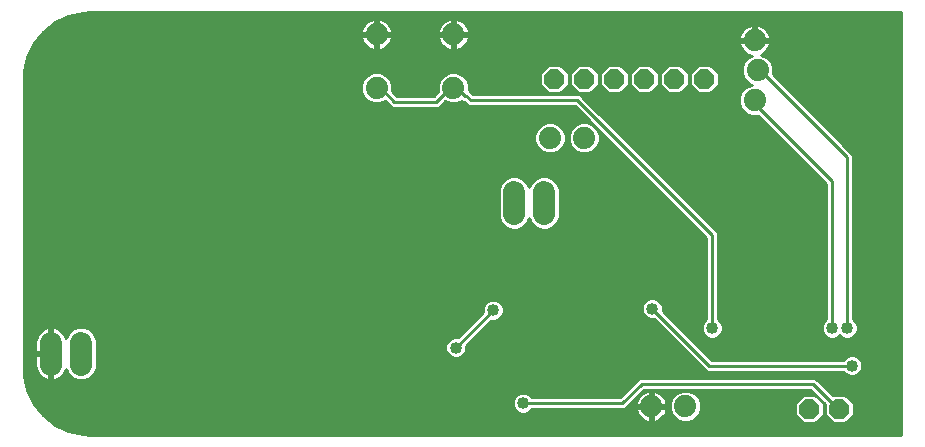
<source format=gbl>
G75*
%MOIN*%
%OFA0B0*%
%FSLAX25Y25*%
%IPPOS*%
%LPD*%
%AMOC8*
5,1,8,0,0,1.08239X$1,22.5*
%
%ADD10C,0.07400*%
%ADD11C,0.07400*%
%ADD12OC8,0.06600*%
%ADD13C,0.01000*%
%ADD14C,0.04000*%
D10*
X0023075Y0037643D02*
X0023075Y0045043D01*
X0033075Y0045043D02*
X0033075Y0037643D01*
X0177484Y0087957D02*
X0177484Y0095357D01*
X0187484Y0095357D02*
X0187484Y0087957D01*
D11*
X0189383Y0113311D03*
X0200783Y0113311D03*
X0157213Y0130002D03*
X0131613Y0130002D03*
X0131613Y0147802D03*
X0157213Y0147802D03*
X0257614Y0145831D03*
X0258614Y0135831D03*
X0257614Y0125831D03*
X0234562Y0023823D03*
X0223162Y0023823D03*
D12*
X0275791Y0022917D03*
X0285791Y0022917D03*
X0240791Y0132917D03*
X0230791Y0132917D03*
X0220791Y0132917D03*
X0210791Y0132917D03*
X0200791Y0132917D03*
X0190791Y0132917D03*
D13*
X0028806Y0015564D02*
X0024323Y0017723D01*
X0020432Y0020826D01*
X0017330Y0024717D01*
X0015171Y0029200D01*
X0014063Y0034051D01*
X0013924Y0036539D01*
X0013924Y0037119D01*
X0013924Y0132996D01*
X0014063Y0135484D01*
X0015171Y0140336D01*
X0017330Y0144819D01*
X0020432Y0148709D01*
X0024323Y0151812D01*
X0028806Y0153971D01*
X0033658Y0155078D01*
X0036146Y0155218D01*
X0306499Y0155218D01*
X0306499Y0014317D01*
X0036146Y0014317D01*
X0033658Y0014457D01*
X0028806Y0015564D01*
X0028082Y0015913D02*
X0306499Y0015913D01*
X0306499Y0016911D02*
X0026009Y0016911D01*
X0024089Y0017910D02*
X0306499Y0017910D01*
X0306499Y0018908D02*
X0288571Y0018908D01*
X0287780Y0018117D02*
X0290591Y0020929D01*
X0290591Y0024906D01*
X0287780Y0027717D01*
X0283803Y0027717D01*
X0283678Y0027592D01*
X0277852Y0033417D01*
X0219195Y0033417D01*
X0218024Y0032246D01*
X0212695Y0026917D01*
X0183473Y0026917D01*
X0182506Y0027884D01*
X0181220Y0028417D01*
X0179827Y0028417D01*
X0178541Y0027884D01*
X0177556Y0026900D01*
X0177024Y0025614D01*
X0177024Y0024221D01*
X0177556Y0022935D01*
X0178541Y0021950D01*
X0179827Y0021417D01*
X0181220Y0021417D01*
X0182506Y0021950D01*
X0183473Y0022917D01*
X0212695Y0022917D01*
X0214352Y0022917D01*
X0220852Y0029417D01*
X0276195Y0029417D01*
X0280991Y0024621D01*
X0280991Y0020929D01*
X0283803Y0018117D01*
X0287780Y0018117D01*
X0289569Y0019907D02*
X0306499Y0019907D01*
X0306499Y0020905D02*
X0290568Y0020905D01*
X0290591Y0021904D02*
X0306499Y0021904D01*
X0306499Y0022902D02*
X0290591Y0022902D01*
X0290591Y0023901D02*
X0306499Y0023901D01*
X0306499Y0024899D02*
X0290591Y0024899D01*
X0289599Y0025898D02*
X0306499Y0025898D01*
X0306499Y0026896D02*
X0288600Y0026896D01*
X0283374Y0027895D02*
X0306499Y0027895D01*
X0306499Y0028894D02*
X0282376Y0028894D01*
X0281377Y0029892D02*
X0306499Y0029892D01*
X0306499Y0030891D02*
X0280379Y0030891D01*
X0279380Y0031889D02*
X0306499Y0031889D01*
X0306499Y0032888D02*
X0278382Y0032888D01*
X0277024Y0031417D02*
X0285524Y0022917D01*
X0285791Y0022917D01*
X0280991Y0022902D02*
X0280591Y0022902D01*
X0280591Y0021904D02*
X0280991Y0021904D01*
X0281015Y0020905D02*
X0280568Y0020905D01*
X0280591Y0020929D02*
X0277780Y0018117D01*
X0273803Y0018117D01*
X0270991Y0020929D01*
X0270991Y0024906D01*
X0273803Y0027717D01*
X0277780Y0027717D01*
X0280591Y0024906D01*
X0280591Y0020929D01*
X0279569Y0019907D02*
X0282014Y0019907D01*
X0283012Y0018908D02*
X0278571Y0018908D01*
X0273012Y0018908D02*
X0236286Y0018908D01*
X0235597Y0018623D02*
X0237508Y0019414D01*
X0238971Y0020877D01*
X0239762Y0022788D01*
X0239762Y0024857D01*
X0238971Y0026768D01*
X0237508Y0028231D01*
X0235597Y0029023D01*
X0233528Y0029023D01*
X0231617Y0028231D01*
X0230154Y0026768D01*
X0229362Y0024857D01*
X0229362Y0022788D01*
X0230154Y0020877D01*
X0231617Y0019414D01*
X0233528Y0018623D01*
X0235597Y0018623D01*
X0238000Y0019907D02*
X0272014Y0019907D01*
X0271015Y0020905D02*
X0238982Y0020905D01*
X0239396Y0021904D02*
X0270991Y0021904D01*
X0270991Y0022902D02*
X0239762Y0022902D01*
X0239762Y0023901D02*
X0270991Y0023901D01*
X0270991Y0024899D02*
X0239745Y0024899D01*
X0239331Y0025898D02*
X0271984Y0025898D01*
X0272982Y0026896D02*
X0238842Y0026896D01*
X0237844Y0027895D02*
X0277718Y0027895D01*
X0278600Y0026896D02*
X0278716Y0026896D01*
X0279599Y0025898D02*
X0279715Y0025898D01*
X0280591Y0024899D02*
X0280713Y0024899D01*
X0280591Y0023901D02*
X0280991Y0023901D01*
X0276719Y0028894D02*
X0235909Y0028894D01*
X0233216Y0028894D02*
X0224384Y0028894D01*
X0224380Y0028895D02*
X0223662Y0029008D01*
X0223662Y0024323D01*
X0222662Y0024323D01*
X0222662Y0023323D01*
X0217977Y0023323D01*
X0218090Y0022605D01*
X0218343Y0021827D01*
X0218715Y0021097D01*
X0219196Y0020435D01*
X0219775Y0019856D01*
X0220437Y0019375D01*
X0221166Y0019004D01*
X0221945Y0018751D01*
X0222662Y0018637D01*
X0222662Y0023323D01*
X0223662Y0023323D01*
X0223662Y0018637D01*
X0224380Y0018751D01*
X0225158Y0019004D01*
X0225888Y0019375D01*
X0226550Y0019856D01*
X0227129Y0020435D01*
X0227610Y0021097D01*
X0227981Y0021827D01*
X0228234Y0022605D01*
X0228348Y0023323D01*
X0223662Y0023323D01*
X0223662Y0024323D01*
X0228348Y0024323D01*
X0228234Y0025041D01*
X0227981Y0025819D01*
X0227610Y0026548D01*
X0227129Y0027210D01*
X0226550Y0027789D01*
X0225888Y0028270D01*
X0225158Y0028642D01*
X0224380Y0028895D01*
X0223662Y0028894D02*
X0222662Y0028894D01*
X0222662Y0029008D02*
X0221945Y0028895D01*
X0221166Y0028642D01*
X0220437Y0028270D01*
X0219775Y0027789D01*
X0219196Y0027210D01*
X0218715Y0026548D01*
X0218343Y0025819D01*
X0218090Y0025041D01*
X0217977Y0024323D01*
X0222662Y0024323D01*
X0222662Y0029008D01*
X0221941Y0028894D02*
X0220328Y0028894D01*
X0219920Y0027895D02*
X0219330Y0027895D01*
X0218968Y0026896D02*
X0218331Y0026896D01*
X0218383Y0025898D02*
X0217333Y0025898D01*
X0218068Y0024899D02*
X0216334Y0024899D01*
X0215336Y0023901D02*
X0222662Y0023901D01*
X0222662Y0024899D02*
X0223662Y0024899D01*
X0223662Y0023901D02*
X0229362Y0023901D01*
X0229362Y0022902D02*
X0228281Y0022902D01*
X0228006Y0021904D02*
X0229729Y0021904D01*
X0230142Y0020905D02*
X0227470Y0020905D01*
X0226600Y0019907D02*
X0231124Y0019907D01*
X0232838Y0018908D02*
X0224865Y0018908D01*
X0223662Y0018908D02*
X0222662Y0018908D01*
X0222662Y0019907D02*
X0223662Y0019907D01*
X0223662Y0020905D02*
X0222662Y0020905D01*
X0222662Y0021904D02*
X0223662Y0021904D01*
X0223662Y0022902D02*
X0222662Y0022902D01*
X0222662Y0025898D02*
X0223662Y0025898D01*
X0223662Y0026896D02*
X0222662Y0026896D01*
X0222662Y0027895D02*
X0223662Y0027895D01*
X0226404Y0027895D02*
X0231280Y0027895D01*
X0230282Y0026896D02*
X0227357Y0026896D01*
X0227941Y0025898D02*
X0229793Y0025898D01*
X0229380Y0024899D02*
X0228256Y0024899D01*
X0219724Y0019907D02*
X0021585Y0019907D01*
X0020369Y0020905D02*
X0218854Y0020905D01*
X0218318Y0021904D02*
X0182395Y0021904D01*
X0183458Y0022902D02*
X0218043Y0022902D01*
X0213524Y0024917D02*
X0220024Y0031417D01*
X0277024Y0031417D01*
X0287074Y0035417D02*
X0288041Y0034450D01*
X0289327Y0033917D01*
X0290720Y0033917D01*
X0292006Y0034450D01*
X0292991Y0035435D01*
X0293524Y0036721D01*
X0293524Y0038114D01*
X0292991Y0039400D01*
X0292006Y0040384D01*
X0290720Y0040917D01*
X0289327Y0040917D01*
X0288041Y0040384D01*
X0287074Y0039417D01*
X0243352Y0039417D01*
X0227024Y0055746D01*
X0227024Y0057114D01*
X0226491Y0058400D01*
X0225506Y0059384D01*
X0224220Y0059917D01*
X0222827Y0059917D01*
X0221541Y0059384D01*
X0220556Y0058400D01*
X0220024Y0057114D01*
X0220024Y0055721D01*
X0220556Y0054435D01*
X0221541Y0053450D01*
X0222827Y0052917D01*
X0224195Y0052917D01*
X0241695Y0035417D01*
X0287074Y0035417D01*
X0287607Y0034885D02*
X0037561Y0034885D01*
X0037483Y0034697D02*
X0038275Y0036608D01*
X0038275Y0046077D01*
X0037483Y0047988D01*
X0036020Y0049451D01*
X0034109Y0050243D01*
X0032040Y0050243D01*
X0030129Y0049451D01*
X0028666Y0047988D01*
X0028061Y0046525D01*
X0027894Y0047039D01*
X0027522Y0047768D01*
X0027041Y0048430D01*
X0026462Y0049009D01*
X0025800Y0049490D01*
X0025071Y0049862D01*
X0024292Y0050114D01*
X0023575Y0050228D01*
X0023575Y0041843D01*
X0022575Y0041843D01*
X0022575Y0050228D01*
X0021857Y0050114D01*
X0021079Y0049862D01*
X0020349Y0049490D01*
X0019687Y0049009D01*
X0019108Y0048430D01*
X0018627Y0047768D01*
X0018256Y0047039D01*
X0018003Y0046260D01*
X0017875Y0045452D01*
X0017875Y0041842D01*
X0022575Y0041842D01*
X0022575Y0040843D01*
X0017875Y0040843D01*
X0017875Y0037233D01*
X0018003Y0036425D01*
X0018256Y0035646D01*
X0018627Y0034917D01*
X0019108Y0034255D01*
X0019687Y0033676D01*
X0020349Y0033195D01*
X0021079Y0032823D01*
X0021857Y0032571D01*
X0022575Y0032457D01*
X0022575Y0040842D01*
X0023575Y0040842D01*
X0023575Y0032457D01*
X0024292Y0032571D01*
X0025071Y0032823D01*
X0025800Y0033195D01*
X0026462Y0033676D01*
X0027041Y0034255D01*
X0027522Y0034917D01*
X0027894Y0035646D01*
X0028061Y0036160D01*
X0028666Y0034697D01*
X0030129Y0033234D01*
X0032040Y0032443D01*
X0034109Y0032443D01*
X0036020Y0033234D01*
X0037483Y0034697D01*
X0036672Y0033886D02*
X0306499Y0033886D01*
X0306499Y0034885D02*
X0292441Y0034885D01*
X0293176Y0035883D02*
X0306499Y0035883D01*
X0306499Y0036882D02*
X0293524Y0036882D01*
X0293524Y0037880D02*
X0306499Y0037880D01*
X0306499Y0038879D02*
X0293207Y0038879D01*
X0292514Y0039877D02*
X0306499Y0039877D01*
X0306499Y0040876D02*
X0290820Y0040876D01*
X0289227Y0040876D02*
X0241894Y0040876D01*
X0240895Y0041874D02*
X0306499Y0041874D01*
X0306499Y0042873D02*
X0239897Y0042873D01*
X0238898Y0043871D02*
X0306499Y0043871D01*
X0306499Y0044870D02*
X0237900Y0044870D01*
X0236901Y0045868D02*
X0306499Y0045868D01*
X0306499Y0046867D02*
X0290305Y0046867D01*
X0290506Y0046950D02*
X0291491Y0047935D01*
X0292024Y0049221D01*
X0292024Y0050614D01*
X0291491Y0051900D01*
X0290524Y0052867D01*
X0290524Y0106089D01*
X0290524Y0107746D01*
X0263714Y0134555D01*
X0263814Y0134796D01*
X0263814Y0136865D01*
X0263023Y0138776D01*
X0261560Y0140239D01*
X0259649Y0141031D01*
X0259648Y0141031D01*
X0260340Y0141383D01*
X0261002Y0141864D01*
X0261580Y0142443D01*
X0262062Y0143105D01*
X0262433Y0143835D01*
X0262686Y0144613D01*
X0262800Y0145331D01*
X0258114Y0145331D01*
X0258114Y0146331D01*
X0257114Y0146331D01*
X0257114Y0151016D01*
X0256396Y0150903D01*
X0255618Y0150650D01*
X0254889Y0150278D01*
X0254227Y0149797D01*
X0253648Y0149218D01*
X0253167Y0148556D01*
X0252795Y0147827D01*
X0252542Y0147048D01*
X0252429Y0146331D01*
X0257114Y0146331D01*
X0257114Y0145331D01*
X0252429Y0145331D01*
X0252542Y0144613D01*
X0252795Y0143835D01*
X0253167Y0143105D01*
X0253648Y0142443D01*
X0254227Y0141864D01*
X0254889Y0141383D01*
X0255618Y0141012D01*
X0256396Y0140759D01*
X0256778Y0140698D01*
X0255669Y0140239D01*
X0254206Y0138776D01*
X0253414Y0136865D01*
X0253414Y0134796D01*
X0254206Y0132885D01*
X0255669Y0131422D01*
X0256614Y0131031D01*
X0256580Y0131031D01*
X0254669Y0130239D01*
X0253206Y0128776D01*
X0252414Y0126865D01*
X0252414Y0124796D01*
X0253206Y0122885D01*
X0254669Y0121422D01*
X0256580Y0120631D01*
X0258649Y0120631D01*
X0258884Y0120728D01*
X0281524Y0098089D01*
X0281524Y0052867D01*
X0280556Y0051900D01*
X0280024Y0050614D01*
X0280024Y0049221D01*
X0280556Y0047935D01*
X0281541Y0046950D01*
X0282827Y0046417D01*
X0284220Y0046417D01*
X0285506Y0046950D01*
X0286024Y0047468D01*
X0286541Y0046950D01*
X0287827Y0046417D01*
X0289220Y0046417D01*
X0290506Y0046950D01*
X0291421Y0047865D02*
X0306499Y0047865D01*
X0306499Y0048864D02*
X0291876Y0048864D01*
X0292024Y0049862D02*
X0306499Y0049862D01*
X0306499Y0050861D02*
X0291921Y0050861D01*
X0291508Y0051859D02*
X0306499Y0051859D01*
X0306499Y0052858D02*
X0290533Y0052858D01*
X0290524Y0053856D02*
X0306499Y0053856D01*
X0306499Y0054855D02*
X0290524Y0054855D01*
X0290524Y0055853D02*
X0306499Y0055853D01*
X0306499Y0056852D02*
X0290524Y0056852D01*
X0290524Y0057850D02*
X0306499Y0057850D01*
X0306499Y0058849D02*
X0290524Y0058849D01*
X0290524Y0059847D02*
X0306499Y0059847D01*
X0306499Y0060846D02*
X0290524Y0060846D01*
X0290524Y0061844D02*
X0306499Y0061844D01*
X0306499Y0062843D02*
X0290524Y0062843D01*
X0290524Y0063841D02*
X0306499Y0063841D01*
X0306499Y0064840D02*
X0290524Y0064840D01*
X0290524Y0065838D02*
X0306499Y0065838D01*
X0306499Y0066837D02*
X0290524Y0066837D01*
X0290524Y0067835D02*
X0306499Y0067835D01*
X0306499Y0068834D02*
X0290524Y0068834D01*
X0290524Y0069832D02*
X0306499Y0069832D01*
X0306499Y0070831D02*
X0290524Y0070831D01*
X0290524Y0071829D02*
X0306499Y0071829D01*
X0306499Y0072828D02*
X0290524Y0072828D01*
X0290524Y0073827D02*
X0306499Y0073827D01*
X0306499Y0074825D02*
X0290524Y0074825D01*
X0290524Y0075824D02*
X0306499Y0075824D01*
X0306499Y0076822D02*
X0290524Y0076822D01*
X0290524Y0077821D02*
X0306499Y0077821D01*
X0306499Y0078819D02*
X0290524Y0078819D01*
X0290524Y0079818D02*
X0306499Y0079818D01*
X0306499Y0080816D02*
X0290524Y0080816D01*
X0290524Y0081815D02*
X0306499Y0081815D01*
X0306499Y0082813D02*
X0290524Y0082813D01*
X0290524Y0083812D02*
X0306499Y0083812D01*
X0306499Y0084810D02*
X0290524Y0084810D01*
X0290524Y0085809D02*
X0306499Y0085809D01*
X0306499Y0086807D02*
X0290524Y0086807D01*
X0290524Y0087806D02*
X0306499Y0087806D01*
X0306499Y0088804D02*
X0290524Y0088804D01*
X0290524Y0089803D02*
X0306499Y0089803D01*
X0306499Y0090801D02*
X0290524Y0090801D01*
X0290524Y0091800D02*
X0306499Y0091800D01*
X0306499Y0092798D02*
X0290524Y0092798D01*
X0290524Y0093797D02*
X0306499Y0093797D01*
X0306499Y0094795D02*
X0290524Y0094795D01*
X0290524Y0095794D02*
X0306499Y0095794D01*
X0306499Y0096792D02*
X0290524Y0096792D01*
X0290524Y0097791D02*
X0306499Y0097791D01*
X0306499Y0098789D02*
X0290524Y0098789D01*
X0290524Y0099788D02*
X0306499Y0099788D01*
X0306499Y0100786D02*
X0290524Y0100786D01*
X0290524Y0101785D02*
X0306499Y0101785D01*
X0306499Y0102783D02*
X0290524Y0102783D01*
X0290524Y0103782D02*
X0306499Y0103782D01*
X0306499Y0104780D02*
X0290524Y0104780D01*
X0290524Y0105779D02*
X0306499Y0105779D01*
X0306499Y0106777D02*
X0290524Y0106777D01*
X0290493Y0107776D02*
X0306499Y0107776D01*
X0306499Y0108774D02*
X0289495Y0108774D01*
X0288496Y0109773D02*
X0306499Y0109773D01*
X0306499Y0110771D02*
X0287498Y0110771D01*
X0286499Y0111770D02*
X0306499Y0111770D01*
X0306499Y0112768D02*
X0285501Y0112768D01*
X0284502Y0113767D02*
X0306499Y0113767D01*
X0306499Y0114765D02*
X0283504Y0114765D01*
X0282505Y0115764D02*
X0306499Y0115764D01*
X0306499Y0116762D02*
X0281507Y0116762D01*
X0280508Y0117761D02*
X0306499Y0117761D01*
X0306499Y0118760D02*
X0279510Y0118760D01*
X0278511Y0119758D02*
X0306499Y0119758D01*
X0306499Y0120757D02*
X0277513Y0120757D01*
X0276514Y0121755D02*
X0306499Y0121755D01*
X0306499Y0122754D02*
X0275516Y0122754D01*
X0274517Y0123752D02*
X0306499Y0123752D01*
X0306499Y0124751D02*
X0273519Y0124751D01*
X0272520Y0125749D02*
X0306499Y0125749D01*
X0306499Y0126748D02*
X0271522Y0126748D01*
X0270523Y0127746D02*
X0306499Y0127746D01*
X0306499Y0128745D02*
X0269525Y0128745D01*
X0268526Y0129743D02*
X0306499Y0129743D01*
X0306499Y0130742D02*
X0267528Y0130742D01*
X0266529Y0131740D02*
X0306499Y0131740D01*
X0306499Y0132739D02*
X0265531Y0132739D01*
X0264532Y0133737D02*
X0306499Y0133737D01*
X0306499Y0134736D02*
X0263789Y0134736D01*
X0263814Y0135734D02*
X0306499Y0135734D01*
X0306499Y0136733D02*
X0263814Y0136733D01*
X0263455Y0137731D02*
X0306499Y0137731D01*
X0306499Y0138730D02*
X0263042Y0138730D01*
X0262071Y0139728D02*
X0306499Y0139728D01*
X0306499Y0140727D02*
X0260382Y0140727D01*
X0260810Y0141725D02*
X0306499Y0141725D01*
X0306499Y0142724D02*
X0261784Y0142724D01*
X0262376Y0143722D02*
X0306499Y0143722D01*
X0306499Y0144721D02*
X0262703Y0144721D01*
X0262800Y0146331D02*
X0258114Y0146331D01*
X0258114Y0151016D01*
X0258832Y0150903D01*
X0259610Y0150650D01*
X0260340Y0150278D01*
X0261002Y0149797D01*
X0261580Y0149218D01*
X0262062Y0148556D01*
X0262433Y0147827D01*
X0262686Y0147048D01*
X0262800Y0146331D01*
X0262738Y0146718D02*
X0306499Y0146718D01*
X0306499Y0147716D02*
X0262469Y0147716D01*
X0261946Y0148715D02*
X0306499Y0148715D01*
X0306499Y0149713D02*
X0261085Y0149713D01*
X0259419Y0150712D02*
X0306499Y0150712D01*
X0306499Y0151710D02*
X0160658Y0151710D01*
X0160601Y0151768D02*
X0159939Y0152249D01*
X0159209Y0152621D01*
X0158431Y0152874D01*
X0157713Y0152987D01*
X0157713Y0148302D01*
X0156713Y0148302D01*
X0156713Y0152987D01*
X0155996Y0152874D01*
X0155217Y0152621D01*
X0154488Y0152249D01*
X0153826Y0151768D01*
X0153247Y0151189D01*
X0152766Y0150527D01*
X0152394Y0149798D01*
X0152141Y0149019D01*
X0152028Y0148302D01*
X0156713Y0148302D01*
X0156713Y0147302D01*
X0152028Y0147302D01*
X0152141Y0146584D01*
X0152394Y0145805D01*
X0152766Y0145076D01*
X0153247Y0144414D01*
X0153826Y0143835D01*
X0154488Y0143354D01*
X0155217Y0142983D01*
X0155996Y0142730D01*
X0156713Y0142616D01*
X0156713Y0147302D01*
X0157713Y0147302D01*
X0157713Y0148302D01*
X0162399Y0148302D01*
X0162285Y0149019D01*
X0162032Y0149798D01*
X0161661Y0150527D01*
X0161180Y0151189D01*
X0160601Y0151768D01*
X0161526Y0150712D02*
X0255809Y0150712D01*
X0257114Y0150712D02*
X0258114Y0150712D01*
X0258114Y0149713D02*
X0257114Y0149713D01*
X0257114Y0148715D02*
X0258114Y0148715D01*
X0258114Y0147716D02*
X0257114Y0147716D01*
X0257114Y0146718D02*
X0258114Y0146718D01*
X0258114Y0145719D02*
X0306499Y0145719D01*
X0306499Y0152709D02*
X0158938Y0152709D01*
X0157713Y0152709D02*
X0156713Y0152709D01*
X0156713Y0151710D02*
X0157713Y0151710D01*
X0157713Y0150712D02*
X0156713Y0150712D01*
X0156713Y0149713D02*
X0157713Y0149713D01*
X0157713Y0148715D02*
X0156713Y0148715D01*
X0156713Y0147716D02*
X0132113Y0147716D01*
X0132113Y0147302D02*
X0132113Y0148302D01*
X0131113Y0148302D01*
X0131113Y0152987D01*
X0130396Y0152874D01*
X0129617Y0152621D01*
X0128888Y0152249D01*
X0128226Y0151768D01*
X0127647Y0151189D01*
X0127166Y0150527D01*
X0126794Y0149798D01*
X0126541Y0149019D01*
X0126428Y0148302D01*
X0131113Y0148302D01*
X0131113Y0147302D01*
X0126428Y0147302D01*
X0126541Y0146584D01*
X0126794Y0145805D01*
X0127166Y0145076D01*
X0127647Y0144414D01*
X0128226Y0143835D01*
X0128888Y0143354D01*
X0129617Y0142983D01*
X0130396Y0142730D01*
X0131113Y0142616D01*
X0131113Y0147302D01*
X0132113Y0147302D01*
X0136799Y0147302D01*
X0136685Y0146584D01*
X0136432Y0145805D01*
X0136061Y0145076D01*
X0135580Y0144414D01*
X0135001Y0143835D01*
X0134339Y0143354D01*
X0133609Y0142983D01*
X0132831Y0142730D01*
X0132113Y0142616D01*
X0132113Y0147302D01*
X0132113Y0146718D02*
X0131113Y0146718D01*
X0131113Y0147716D02*
X0019640Y0147716D01*
X0018844Y0146718D02*
X0126520Y0146718D01*
X0126838Y0145719D02*
X0018048Y0145719D01*
X0017282Y0144721D02*
X0127424Y0144721D01*
X0128381Y0143722D02*
X0016802Y0143722D01*
X0016321Y0142724D02*
X0130432Y0142724D01*
X0131113Y0142724D02*
X0132113Y0142724D01*
X0132794Y0142724D02*
X0156032Y0142724D01*
X0156713Y0142724D02*
X0157713Y0142724D01*
X0157713Y0142616D02*
X0158431Y0142730D01*
X0159209Y0142983D01*
X0159939Y0143354D01*
X0160601Y0143835D01*
X0161180Y0144414D01*
X0161661Y0145076D01*
X0162032Y0145805D01*
X0162285Y0146584D01*
X0162399Y0147302D01*
X0157713Y0147302D01*
X0157713Y0142616D01*
X0158394Y0142724D02*
X0253444Y0142724D01*
X0252852Y0143722D02*
X0160446Y0143722D01*
X0161403Y0144721D02*
X0252525Y0144721D01*
X0252490Y0146718D02*
X0162307Y0146718D01*
X0161989Y0145719D02*
X0257114Y0145719D01*
X0252759Y0147716D02*
X0157713Y0147716D01*
X0157713Y0146718D02*
X0156713Y0146718D01*
X0156713Y0145719D02*
X0157713Y0145719D01*
X0157713Y0144721D02*
X0156713Y0144721D01*
X0156713Y0143722D02*
X0157713Y0143722D01*
X0153981Y0143722D02*
X0134846Y0143722D01*
X0135803Y0144721D02*
X0153024Y0144721D01*
X0152438Y0145719D02*
X0136389Y0145719D01*
X0136707Y0146718D02*
X0152120Y0146718D01*
X0152093Y0148715D02*
X0136734Y0148715D01*
X0136685Y0149019D02*
X0136432Y0149798D01*
X0136061Y0150527D01*
X0135580Y0151189D01*
X0135001Y0151768D01*
X0134339Y0152249D01*
X0133609Y0152621D01*
X0132831Y0152874D01*
X0132113Y0152987D01*
X0132113Y0148302D01*
X0136799Y0148302D01*
X0136685Y0149019D01*
X0136460Y0149713D02*
X0152367Y0149713D01*
X0152900Y0150712D02*
X0135926Y0150712D01*
X0135058Y0151710D02*
X0153768Y0151710D01*
X0155489Y0152709D02*
X0133338Y0152709D01*
X0132113Y0152709D02*
X0131113Y0152709D01*
X0131113Y0151710D02*
X0132113Y0151710D01*
X0132113Y0150712D02*
X0131113Y0150712D01*
X0131113Y0149713D02*
X0132113Y0149713D01*
X0132113Y0148715D02*
X0131113Y0148715D01*
X0128168Y0151710D02*
X0024195Y0151710D01*
X0022943Y0150712D02*
X0127300Y0150712D01*
X0126767Y0149713D02*
X0021691Y0149713D01*
X0020439Y0148715D02*
X0126493Y0148715D01*
X0129889Y0152709D02*
X0026185Y0152709D01*
X0028259Y0153707D02*
X0306499Y0153707D01*
X0306499Y0154706D02*
X0032026Y0154706D01*
X0015840Y0141725D02*
X0254418Y0141725D01*
X0256598Y0140727D02*
X0015359Y0140727D01*
X0015032Y0139728D02*
X0255158Y0139728D01*
X0254187Y0138730D02*
X0014804Y0138730D01*
X0014576Y0137731D02*
X0253773Y0137731D01*
X0253414Y0136733D02*
X0243764Y0136733D01*
X0242780Y0137717D02*
X0238803Y0137717D01*
X0235991Y0134906D01*
X0235991Y0130929D01*
X0238803Y0128117D01*
X0242780Y0128117D01*
X0245591Y0130929D01*
X0245591Y0134906D01*
X0242780Y0137717D01*
X0244763Y0135734D02*
X0253414Y0135734D01*
X0253439Y0134736D02*
X0245591Y0134736D01*
X0245591Y0133737D02*
X0253853Y0133737D01*
X0254352Y0132739D02*
X0245591Y0132739D01*
X0245591Y0131740D02*
X0255351Y0131740D01*
X0255882Y0130742D02*
X0245404Y0130742D01*
X0244405Y0129743D02*
X0254173Y0129743D01*
X0253193Y0128745D02*
X0243407Y0128745D01*
X0238176Y0128745D02*
X0233407Y0128745D01*
X0232780Y0128117D02*
X0235591Y0130929D01*
X0235591Y0134906D01*
X0232780Y0137717D01*
X0228803Y0137717D01*
X0225991Y0134906D01*
X0225991Y0130929D01*
X0228803Y0128117D01*
X0232780Y0128117D01*
X0234405Y0129743D02*
X0237177Y0129743D01*
X0236179Y0130742D02*
X0235404Y0130742D01*
X0235591Y0131740D02*
X0235991Y0131740D01*
X0235991Y0132739D02*
X0235591Y0132739D01*
X0235591Y0133737D02*
X0235991Y0133737D01*
X0235991Y0134736D02*
X0235591Y0134736D01*
X0234763Y0135734D02*
X0236820Y0135734D01*
X0237819Y0136733D02*
X0233764Y0136733D01*
X0227819Y0136733D02*
X0223764Y0136733D01*
X0222780Y0137717D02*
X0218803Y0137717D01*
X0215991Y0134906D01*
X0215991Y0130929D01*
X0218803Y0128117D01*
X0222780Y0128117D01*
X0225591Y0130929D01*
X0225591Y0134906D01*
X0222780Y0137717D01*
X0224763Y0135734D02*
X0226820Y0135734D01*
X0225991Y0134736D02*
X0225591Y0134736D01*
X0225591Y0133737D02*
X0225991Y0133737D01*
X0225991Y0132739D02*
X0225591Y0132739D01*
X0225591Y0131740D02*
X0225991Y0131740D01*
X0226179Y0130742D02*
X0225404Y0130742D01*
X0224405Y0129743D02*
X0227177Y0129743D01*
X0228176Y0128745D02*
X0223407Y0128745D01*
X0218176Y0128745D02*
X0213407Y0128745D01*
X0212780Y0128117D02*
X0215591Y0130929D01*
X0215591Y0134906D01*
X0212780Y0137717D01*
X0208803Y0137717D01*
X0205991Y0134906D01*
X0205991Y0130929D01*
X0208803Y0128117D01*
X0212780Y0128117D01*
X0214405Y0129743D02*
X0217177Y0129743D01*
X0216179Y0130742D02*
X0215404Y0130742D01*
X0215591Y0131740D02*
X0215991Y0131740D01*
X0215991Y0132739D02*
X0215591Y0132739D01*
X0215591Y0133737D02*
X0215991Y0133737D01*
X0215991Y0134736D02*
X0215591Y0134736D01*
X0214763Y0135734D02*
X0216820Y0135734D01*
X0217819Y0136733D02*
X0213764Y0136733D01*
X0207819Y0136733D02*
X0203764Y0136733D01*
X0202780Y0137717D02*
X0198803Y0137717D01*
X0195991Y0134906D01*
X0195991Y0130929D01*
X0198803Y0128117D01*
X0202780Y0128117D01*
X0205591Y0130929D01*
X0205591Y0134906D01*
X0202780Y0137717D01*
X0204763Y0135734D02*
X0206820Y0135734D01*
X0205991Y0134736D02*
X0205591Y0134736D01*
X0205591Y0133737D02*
X0205991Y0133737D01*
X0205991Y0132739D02*
X0205591Y0132739D01*
X0205591Y0131740D02*
X0205991Y0131740D01*
X0206179Y0130742D02*
X0205404Y0130742D01*
X0204405Y0129743D02*
X0207177Y0129743D01*
X0208176Y0128745D02*
X0203407Y0128745D01*
X0200524Y0126746D02*
X0199352Y0127917D01*
X0163852Y0127917D01*
X0163524Y0128246D01*
X0162413Y0129356D01*
X0162413Y0131036D01*
X0161622Y0132947D01*
X0160159Y0134410D01*
X0158248Y0135202D01*
X0156179Y0135202D01*
X0154268Y0134410D01*
X0152805Y0132947D01*
X0152013Y0131036D01*
X0152013Y0128967D01*
X0152081Y0128803D01*
X0150695Y0127417D01*
X0138352Y0127417D01*
X0136810Y0128959D01*
X0136813Y0128967D01*
X0136813Y0131036D01*
X0136022Y0132947D01*
X0134559Y0134410D01*
X0132648Y0135202D01*
X0130579Y0135202D01*
X0128668Y0134410D01*
X0127205Y0132947D01*
X0126413Y0131036D01*
X0126413Y0128967D01*
X0127205Y0127056D01*
X0128668Y0125593D01*
X0130579Y0124802D01*
X0132648Y0124802D01*
X0134531Y0125582D01*
X0135524Y0124589D01*
X0136695Y0123417D01*
X0152352Y0123417D01*
X0154452Y0125517D01*
X0156179Y0124802D01*
X0158248Y0124802D01*
X0160060Y0125552D01*
X0160195Y0125417D01*
X0160695Y0125417D01*
X0162195Y0123917D01*
X0197695Y0123917D01*
X0241524Y0080089D01*
X0241524Y0052867D01*
X0240556Y0051900D01*
X0240024Y0050614D01*
X0240024Y0049221D01*
X0240556Y0047935D01*
X0241541Y0046950D01*
X0242827Y0046417D01*
X0244220Y0046417D01*
X0245506Y0046950D01*
X0246491Y0047935D01*
X0247024Y0049221D01*
X0247024Y0050614D01*
X0246491Y0051900D01*
X0245524Y0052867D01*
X0245524Y0081746D01*
X0244352Y0082917D01*
X0200524Y0126746D01*
X0200524Y0126746D01*
X0200522Y0126748D02*
X0252414Y0126748D01*
X0252414Y0125749D02*
X0201520Y0125749D01*
X0202519Y0124751D02*
X0252433Y0124751D01*
X0252847Y0123752D02*
X0203517Y0123752D01*
X0204516Y0122754D02*
X0253337Y0122754D01*
X0254336Y0121755D02*
X0205514Y0121755D01*
X0206513Y0120757D02*
X0256276Y0120757D01*
X0259854Y0119758D02*
X0207511Y0119758D01*
X0208510Y0118760D02*
X0260853Y0118760D01*
X0261852Y0117761D02*
X0209508Y0117761D01*
X0210507Y0116762D02*
X0262850Y0116762D01*
X0263849Y0115764D02*
X0211505Y0115764D01*
X0212504Y0114765D02*
X0264847Y0114765D01*
X0265846Y0113767D02*
X0213502Y0113767D01*
X0214501Y0112768D02*
X0266844Y0112768D01*
X0267843Y0111770D02*
X0215499Y0111770D01*
X0216498Y0110771D02*
X0268841Y0110771D01*
X0269840Y0109773D02*
X0217496Y0109773D01*
X0218495Y0108774D02*
X0270838Y0108774D01*
X0271837Y0107776D02*
X0219493Y0107776D01*
X0220492Y0106777D02*
X0272835Y0106777D01*
X0273834Y0105779D02*
X0221490Y0105779D01*
X0222489Y0104780D02*
X0274832Y0104780D01*
X0275831Y0103782D02*
X0223487Y0103782D01*
X0224486Y0102783D02*
X0276829Y0102783D01*
X0277828Y0101785D02*
X0225485Y0101785D01*
X0226483Y0100786D02*
X0278826Y0100786D01*
X0279825Y0099788D02*
X0227482Y0099788D01*
X0228480Y0098789D02*
X0280823Y0098789D01*
X0281524Y0097791D02*
X0229479Y0097791D01*
X0230477Y0096792D02*
X0281524Y0096792D01*
X0281524Y0095794D02*
X0231476Y0095794D01*
X0232474Y0094795D02*
X0281524Y0094795D01*
X0281524Y0093797D02*
X0233473Y0093797D01*
X0234471Y0092798D02*
X0281524Y0092798D01*
X0281524Y0091800D02*
X0235470Y0091800D01*
X0236468Y0090801D02*
X0281524Y0090801D01*
X0281524Y0089803D02*
X0237467Y0089803D01*
X0238465Y0088804D02*
X0281524Y0088804D01*
X0281524Y0087806D02*
X0239464Y0087806D01*
X0240462Y0086807D02*
X0281524Y0086807D01*
X0281524Y0085809D02*
X0241461Y0085809D01*
X0242459Y0084810D02*
X0281524Y0084810D01*
X0281524Y0083812D02*
X0243458Y0083812D01*
X0244352Y0082917D02*
X0244352Y0082917D01*
X0244456Y0082813D02*
X0281524Y0082813D01*
X0281524Y0081815D02*
X0245455Y0081815D01*
X0245524Y0080816D02*
X0281524Y0080816D01*
X0281524Y0079818D02*
X0245524Y0079818D01*
X0245524Y0078819D02*
X0281524Y0078819D01*
X0281524Y0077821D02*
X0245524Y0077821D01*
X0245524Y0076822D02*
X0281524Y0076822D01*
X0281524Y0075824D02*
X0245524Y0075824D01*
X0245524Y0074825D02*
X0281524Y0074825D01*
X0281524Y0073827D02*
X0245524Y0073827D01*
X0245524Y0072828D02*
X0281524Y0072828D01*
X0281524Y0071829D02*
X0245524Y0071829D01*
X0245524Y0070831D02*
X0281524Y0070831D01*
X0281524Y0069832D02*
X0245524Y0069832D01*
X0245524Y0068834D02*
X0281524Y0068834D01*
X0281524Y0067835D02*
X0245524Y0067835D01*
X0245524Y0066837D02*
X0281524Y0066837D01*
X0281524Y0065838D02*
X0245524Y0065838D01*
X0245524Y0064840D02*
X0281524Y0064840D01*
X0281524Y0063841D02*
X0245524Y0063841D01*
X0245524Y0062843D02*
X0281524Y0062843D01*
X0281524Y0061844D02*
X0245524Y0061844D01*
X0245524Y0060846D02*
X0281524Y0060846D01*
X0281524Y0059847D02*
X0245524Y0059847D01*
X0245524Y0058849D02*
X0281524Y0058849D01*
X0281524Y0057850D02*
X0245524Y0057850D01*
X0245524Y0056852D02*
X0281524Y0056852D01*
X0281524Y0055853D02*
X0245524Y0055853D01*
X0245524Y0054855D02*
X0281524Y0054855D01*
X0281524Y0053856D02*
X0245524Y0053856D01*
X0245533Y0052858D02*
X0281514Y0052858D01*
X0280540Y0051859D02*
X0246508Y0051859D01*
X0246921Y0050861D02*
X0280126Y0050861D01*
X0280024Y0049862D02*
X0247024Y0049862D01*
X0246876Y0048864D02*
X0280172Y0048864D01*
X0280626Y0047865D02*
X0246421Y0047865D01*
X0245305Y0046867D02*
X0281742Y0046867D01*
X0285305Y0046867D02*
X0286742Y0046867D01*
X0288524Y0049917D02*
X0288524Y0106917D01*
X0260024Y0135417D01*
X0259024Y0135417D01*
X0258614Y0135831D01*
X0252779Y0127746D02*
X0199523Y0127746D01*
X0198176Y0128745D02*
X0193407Y0128745D01*
X0192780Y0128117D02*
X0195591Y0130929D01*
X0195591Y0134906D01*
X0192780Y0137717D01*
X0188803Y0137717D01*
X0185991Y0134906D01*
X0185991Y0130929D01*
X0188803Y0128117D01*
X0192780Y0128117D01*
X0194405Y0129743D02*
X0197177Y0129743D01*
X0196179Y0130742D02*
X0195404Y0130742D01*
X0195591Y0131740D02*
X0195991Y0131740D01*
X0195991Y0132739D02*
X0195591Y0132739D01*
X0195591Y0133737D02*
X0195991Y0133737D01*
X0195991Y0134736D02*
X0195591Y0134736D01*
X0194763Y0135734D02*
X0196820Y0135734D01*
X0197819Y0136733D02*
X0193764Y0136733D01*
X0187819Y0136733D02*
X0014348Y0136733D01*
X0014120Y0135734D02*
X0186820Y0135734D01*
X0185991Y0134736D02*
X0159372Y0134736D01*
X0160832Y0133737D02*
X0185991Y0133737D01*
X0185991Y0132739D02*
X0161708Y0132739D01*
X0162122Y0131740D02*
X0185991Y0131740D01*
X0186179Y0130742D02*
X0162413Y0130742D01*
X0162413Y0129743D02*
X0187177Y0129743D01*
X0188176Y0128745D02*
X0163025Y0128745D01*
X0161524Y0127417D02*
X0161024Y0127417D01*
X0158524Y0129917D01*
X0157524Y0129917D01*
X0157213Y0130002D01*
X0157024Y0129917D01*
X0156024Y0129917D01*
X0151524Y0125417D01*
X0137524Y0125417D01*
X0133024Y0129917D01*
X0132024Y0129917D01*
X0131613Y0130002D01*
X0126705Y0131740D02*
X0013924Y0131740D01*
X0013924Y0130742D02*
X0126413Y0130742D01*
X0126413Y0129743D02*
X0013924Y0129743D01*
X0013924Y0128745D02*
X0126506Y0128745D01*
X0126919Y0127746D02*
X0013924Y0127746D01*
X0013924Y0126748D02*
X0127513Y0126748D01*
X0128512Y0125749D02*
X0013924Y0125749D01*
X0013924Y0124751D02*
X0135362Y0124751D01*
X0136360Y0123752D02*
X0013924Y0123752D01*
X0013924Y0122754D02*
X0198859Y0122754D01*
X0197860Y0123752D02*
X0152687Y0123752D01*
X0153685Y0124751D02*
X0161362Y0124751D01*
X0163024Y0125917D02*
X0161524Y0127417D01*
X0163024Y0125917D02*
X0198524Y0125917D01*
X0243524Y0080917D01*
X0243524Y0049917D01*
X0240024Y0049862D02*
X0232907Y0049862D01*
X0233906Y0048864D02*
X0240172Y0048864D01*
X0240626Y0047865D02*
X0234904Y0047865D01*
X0235903Y0046867D02*
X0241742Y0046867D01*
X0234240Y0042873D02*
X0161524Y0042873D01*
X0161524Y0042721D02*
X0161524Y0044089D01*
X0169852Y0052417D01*
X0171220Y0052417D01*
X0172506Y0052950D01*
X0173491Y0053935D01*
X0174024Y0055221D01*
X0174024Y0056614D01*
X0173491Y0057900D01*
X0172506Y0058884D01*
X0171220Y0059417D01*
X0169827Y0059417D01*
X0168541Y0058884D01*
X0167556Y0057900D01*
X0167024Y0056614D01*
X0167024Y0055246D01*
X0158695Y0046917D01*
X0157327Y0046917D01*
X0156041Y0046384D01*
X0155056Y0045400D01*
X0154524Y0044114D01*
X0154524Y0042721D01*
X0155056Y0041435D01*
X0156041Y0040450D01*
X0157327Y0039917D01*
X0158720Y0039917D01*
X0160006Y0040450D01*
X0160991Y0041435D01*
X0161524Y0042721D01*
X0161173Y0041874D02*
X0235238Y0041874D01*
X0236237Y0040876D02*
X0160432Y0040876D01*
X0158024Y0043417D02*
X0170524Y0055917D01*
X0174024Y0055853D02*
X0220024Y0055853D01*
X0220024Y0056852D02*
X0173925Y0056852D01*
X0173511Y0057850D02*
X0220329Y0057850D01*
X0221005Y0058849D02*
X0172542Y0058849D01*
X0168505Y0058849D02*
X0013924Y0058849D01*
X0013924Y0059847D02*
X0222659Y0059847D01*
X0224389Y0059847D02*
X0241524Y0059847D01*
X0241524Y0058849D02*
X0226042Y0058849D01*
X0226718Y0057850D02*
X0241524Y0057850D01*
X0241524Y0056852D02*
X0227024Y0056852D01*
X0227024Y0055853D02*
X0241524Y0055853D01*
X0241524Y0054855D02*
X0227915Y0054855D01*
X0228913Y0053856D02*
X0241524Y0053856D01*
X0241514Y0052858D02*
X0229912Y0052858D01*
X0230910Y0051859D02*
X0240540Y0051859D01*
X0240126Y0050861D02*
X0231909Y0050861D01*
X0229247Y0047865D02*
X0165300Y0047865D01*
X0164301Y0046867D02*
X0230246Y0046867D01*
X0231244Y0045868D02*
X0163303Y0045868D01*
X0162304Y0044870D02*
X0232243Y0044870D01*
X0233241Y0043871D02*
X0161524Y0043871D01*
X0157205Y0046867D02*
X0037948Y0046867D01*
X0038275Y0045868D02*
X0155525Y0045868D01*
X0154837Y0044870D02*
X0038275Y0044870D01*
X0038275Y0043871D02*
X0154524Y0043871D01*
X0154524Y0042873D02*
X0038275Y0042873D01*
X0038275Y0041874D02*
X0154874Y0041874D01*
X0155616Y0040876D02*
X0038275Y0040876D01*
X0038275Y0039877D02*
X0237235Y0039877D01*
X0238234Y0038879D02*
X0038275Y0038879D01*
X0038275Y0037880D02*
X0239232Y0037880D01*
X0240231Y0036882D02*
X0038275Y0036882D01*
X0037974Y0035883D02*
X0241229Y0035883D01*
X0242524Y0037417D02*
X0223524Y0056417D01*
X0220382Y0054855D02*
X0173872Y0054855D01*
X0173412Y0053856D02*
X0221135Y0053856D01*
X0224255Y0052858D02*
X0172283Y0052858D01*
X0169294Y0051859D02*
X0225253Y0051859D01*
X0226252Y0050861D02*
X0168295Y0050861D01*
X0167297Y0049862D02*
X0227250Y0049862D01*
X0228249Y0048864D02*
X0166298Y0048864D01*
X0161640Y0049862D02*
X0035027Y0049862D01*
X0036607Y0048864D02*
X0160642Y0048864D01*
X0159643Y0047865D02*
X0037534Y0047865D01*
X0031122Y0049862D02*
X0025069Y0049862D01*
X0023575Y0049862D02*
X0022575Y0049862D01*
X0022575Y0048864D02*
X0023575Y0048864D01*
X0023575Y0047865D02*
X0022575Y0047865D01*
X0022575Y0046867D02*
X0023575Y0046867D01*
X0023575Y0045868D02*
X0022575Y0045868D01*
X0022575Y0044870D02*
X0023575Y0044870D01*
X0023575Y0043871D02*
X0022575Y0043871D01*
X0022575Y0042873D02*
X0023575Y0042873D01*
X0023575Y0041874D02*
X0022575Y0041874D01*
X0022575Y0040876D02*
X0013924Y0040876D01*
X0013924Y0041874D02*
X0017875Y0041874D01*
X0017875Y0042873D02*
X0013924Y0042873D01*
X0013924Y0043871D02*
X0017875Y0043871D01*
X0017875Y0044870D02*
X0013924Y0044870D01*
X0013924Y0045868D02*
X0017941Y0045868D01*
X0018200Y0046867D02*
X0013924Y0046867D01*
X0013924Y0047865D02*
X0018698Y0047865D01*
X0019542Y0048864D02*
X0013924Y0048864D01*
X0013924Y0049862D02*
X0021081Y0049862D01*
X0026607Y0048864D02*
X0029542Y0048864D01*
X0028616Y0047865D02*
X0027452Y0047865D01*
X0027950Y0046867D02*
X0028202Y0046867D01*
X0023575Y0039877D02*
X0022575Y0039877D01*
X0022575Y0038879D02*
X0023575Y0038879D01*
X0023575Y0037880D02*
X0022575Y0037880D01*
X0022575Y0036882D02*
X0023575Y0036882D01*
X0023575Y0035883D02*
X0022575Y0035883D01*
X0022575Y0034885D02*
X0023575Y0034885D01*
X0023575Y0033886D02*
X0022575Y0033886D01*
X0022575Y0032888D02*
X0023575Y0032888D01*
X0025197Y0032888D02*
X0030966Y0032888D01*
X0029477Y0033886D02*
X0026672Y0033886D01*
X0027499Y0034885D02*
X0028589Y0034885D01*
X0028175Y0035883D02*
X0027971Y0035883D01*
X0020953Y0032888D02*
X0014329Y0032888D01*
X0014101Y0033886D02*
X0019477Y0033886D01*
X0018651Y0034885D02*
X0014017Y0034885D01*
X0013960Y0035883D02*
X0018179Y0035883D01*
X0017930Y0036882D02*
X0013924Y0036882D01*
X0013924Y0037880D02*
X0017875Y0037880D01*
X0017875Y0038879D02*
X0013924Y0038879D01*
X0013924Y0039877D02*
X0017875Y0039877D01*
X0014557Y0031889D02*
X0217667Y0031889D01*
X0218665Y0032888D02*
X0035184Y0032888D01*
X0018776Y0022902D02*
X0177589Y0022902D01*
X0177156Y0023901D02*
X0017980Y0023901D01*
X0017330Y0024717D02*
X0017330Y0024717D01*
X0017242Y0024899D02*
X0177024Y0024899D01*
X0177141Y0025898D02*
X0016761Y0025898D01*
X0016280Y0026896D02*
X0177555Y0026896D01*
X0178566Y0027895D02*
X0015799Y0027895D01*
X0015318Y0028894D02*
X0214671Y0028894D01*
X0215670Y0029892D02*
X0015013Y0029892D01*
X0014785Y0030891D02*
X0216668Y0030891D01*
X0213673Y0027895D02*
X0182481Y0027895D01*
X0180524Y0024917D02*
X0213524Y0024917D01*
X0221460Y0018908D02*
X0022837Y0018908D01*
X0019573Y0021904D02*
X0178653Y0021904D01*
X0162639Y0050861D02*
X0013924Y0050861D01*
X0013924Y0051859D02*
X0163637Y0051859D01*
X0164636Y0052858D02*
X0013924Y0052858D01*
X0013924Y0053856D02*
X0165634Y0053856D01*
X0166633Y0054855D02*
X0013924Y0054855D01*
X0013924Y0055853D02*
X0167024Y0055853D01*
X0167122Y0056852D02*
X0013924Y0056852D01*
X0013924Y0057850D02*
X0167536Y0057850D01*
X0176450Y0082757D02*
X0178519Y0082757D01*
X0180430Y0083549D01*
X0181893Y0085012D01*
X0182484Y0086440D01*
X0183076Y0085012D01*
X0184539Y0083549D01*
X0186450Y0082757D01*
X0188519Y0082757D01*
X0190430Y0083549D01*
X0191893Y0085012D01*
X0192684Y0086923D01*
X0192684Y0096392D01*
X0191893Y0098303D01*
X0190430Y0099766D01*
X0188519Y0100557D01*
X0186450Y0100557D01*
X0184539Y0099766D01*
X0183076Y0098303D01*
X0182484Y0096875D01*
X0181893Y0098303D01*
X0180430Y0099766D01*
X0178519Y0100557D01*
X0176450Y0100557D01*
X0174539Y0099766D01*
X0173076Y0098303D01*
X0172284Y0096392D01*
X0172284Y0086923D01*
X0173076Y0085012D01*
X0174539Y0083549D01*
X0176450Y0082757D01*
X0176316Y0082813D02*
X0013924Y0082813D01*
X0013924Y0081815D02*
X0239798Y0081815D01*
X0238799Y0082813D02*
X0188653Y0082813D01*
X0190692Y0083812D02*
X0237801Y0083812D01*
X0236802Y0084810D02*
X0191691Y0084810D01*
X0192223Y0085809D02*
X0235804Y0085809D01*
X0234805Y0086807D02*
X0192636Y0086807D01*
X0192684Y0087806D02*
X0233807Y0087806D01*
X0232808Y0088804D02*
X0192684Y0088804D01*
X0192684Y0089803D02*
X0231810Y0089803D01*
X0230811Y0090801D02*
X0192684Y0090801D01*
X0192684Y0091800D02*
X0229813Y0091800D01*
X0228814Y0092798D02*
X0192684Y0092798D01*
X0192684Y0093797D02*
X0227816Y0093797D01*
X0226817Y0094795D02*
X0192684Y0094795D01*
X0192684Y0095794D02*
X0225819Y0095794D01*
X0224820Y0096792D02*
X0192518Y0096792D01*
X0192105Y0097791D02*
X0223822Y0097791D01*
X0222823Y0098789D02*
X0191406Y0098789D01*
X0190377Y0099788D02*
X0221825Y0099788D01*
X0220826Y0100786D02*
X0013924Y0100786D01*
X0013924Y0099788D02*
X0174592Y0099788D01*
X0173562Y0098789D02*
X0013924Y0098789D01*
X0013924Y0097791D02*
X0172864Y0097791D01*
X0172450Y0096792D02*
X0013924Y0096792D01*
X0013924Y0095794D02*
X0172284Y0095794D01*
X0172284Y0094795D02*
X0013924Y0094795D01*
X0013924Y0093797D02*
X0172284Y0093797D01*
X0172284Y0092798D02*
X0013924Y0092798D01*
X0013924Y0091800D02*
X0172284Y0091800D01*
X0172284Y0090801D02*
X0013924Y0090801D01*
X0013924Y0089803D02*
X0172284Y0089803D01*
X0172284Y0088804D02*
X0013924Y0088804D01*
X0013924Y0087806D02*
X0172284Y0087806D01*
X0172332Y0086807D02*
X0013924Y0086807D01*
X0013924Y0085809D02*
X0172746Y0085809D01*
X0173278Y0084810D02*
X0013924Y0084810D01*
X0013924Y0083812D02*
X0174276Y0083812D01*
X0178653Y0082813D02*
X0186316Y0082813D01*
X0184276Y0083812D02*
X0180692Y0083812D01*
X0181691Y0084810D02*
X0183278Y0084810D01*
X0182746Y0085809D02*
X0182223Y0085809D01*
X0182105Y0097791D02*
X0182864Y0097791D01*
X0183562Y0098789D02*
X0181406Y0098789D01*
X0180377Y0099788D02*
X0184592Y0099788D01*
X0188348Y0108111D02*
X0190417Y0108111D01*
X0192328Y0108903D01*
X0193791Y0110365D01*
X0194583Y0112277D01*
X0194583Y0114345D01*
X0193791Y0116257D01*
X0192328Y0117719D01*
X0190417Y0118511D01*
X0188348Y0118511D01*
X0186437Y0117719D01*
X0184974Y0116257D01*
X0184183Y0114345D01*
X0184183Y0112277D01*
X0184974Y0110365D01*
X0186437Y0108903D01*
X0188348Y0108111D01*
X0186747Y0108774D02*
X0013924Y0108774D01*
X0013924Y0107776D02*
X0213837Y0107776D01*
X0214835Y0106777D02*
X0013924Y0106777D01*
X0013924Y0105779D02*
X0215834Y0105779D01*
X0216832Y0104780D02*
X0013924Y0104780D01*
X0013924Y0103782D02*
X0217831Y0103782D01*
X0218829Y0102783D02*
X0013924Y0102783D01*
X0013924Y0101785D02*
X0219828Y0101785D01*
X0212838Y0108774D02*
X0203419Y0108774D01*
X0203728Y0108903D02*
X0205191Y0110365D01*
X0205983Y0112277D01*
X0205983Y0114345D01*
X0205191Y0116257D01*
X0203728Y0117719D01*
X0201817Y0118511D01*
X0199748Y0118511D01*
X0197837Y0117719D01*
X0196374Y0116257D01*
X0195583Y0114345D01*
X0195583Y0112277D01*
X0196374Y0110365D01*
X0197837Y0108903D01*
X0199748Y0108111D01*
X0201817Y0108111D01*
X0203728Y0108903D01*
X0204598Y0109773D02*
X0211840Y0109773D01*
X0210841Y0110771D02*
X0205359Y0110771D01*
X0205773Y0111770D02*
X0209843Y0111770D01*
X0208844Y0112768D02*
X0205983Y0112768D01*
X0205983Y0113767D02*
X0207846Y0113767D01*
X0206847Y0114765D02*
X0205809Y0114765D01*
X0205849Y0115764D02*
X0205395Y0115764D01*
X0204850Y0116762D02*
X0204685Y0116762D01*
X0203852Y0117761D02*
X0203628Y0117761D01*
X0202853Y0118760D02*
X0013924Y0118760D01*
X0013924Y0119758D02*
X0201854Y0119758D01*
X0200856Y0120757D02*
X0013924Y0120757D01*
X0013924Y0121755D02*
X0199857Y0121755D01*
X0197938Y0117761D02*
X0192228Y0117761D01*
X0193285Y0116762D02*
X0196880Y0116762D01*
X0196170Y0115764D02*
X0193995Y0115764D01*
X0194409Y0114765D02*
X0195757Y0114765D01*
X0195583Y0113767D02*
X0194583Y0113767D01*
X0194583Y0112768D02*
X0195583Y0112768D01*
X0195793Y0111770D02*
X0194373Y0111770D01*
X0193959Y0110771D02*
X0196206Y0110771D01*
X0196967Y0109773D02*
X0193198Y0109773D01*
X0192019Y0108774D02*
X0198147Y0108774D01*
X0185567Y0109773D02*
X0013924Y0109773D01*
X0013924Y0110771D02*
X0184806Y0110771D01*
X0184393Y0111770D02*
X0013924Y0111770D01*
X0013924Y0112768D02*
X0184183Y0112768D01*
X0184183Y0113767D02*
X0013924Y0113767D01*
X0013924Y0114765D02*
X0184357Y0114765D01*
X0184770Y0115764D02*
X0013924Y0115764D01*
X0013924Y0116762D02*
X0185480Y0116762D01*
X0186538Y0117761D02*
X0013924Y0117761D01*
X0013924Y0132739D02*
X0127119Y0132739D01*
X0127995Y0133737D02*
X0013965Y0133737D01*
X0014021Y0134736D02*
X0129454Y0134736D01*
X0133772Y0134736D02*
X0155054Y0134736D01*
X0153595Y0133737D02*
X0135232Y0133737D01*
X0136108Y0132739D02*
X0152719Y0132739D01*
X0152305Y0131740D02*
X0136522Y0131740D01*
X0136813Y0130742D02*
X0152013Y0130742D01*
X0152013Y0129743D02*
X0136813Y0129743D01*
X0137025Y0128745D02*
X0152023Y0128745D01*
X0151024Y0127746D02*
X0138023Y0127746D01*
X0132113Y0143722D02*
X0131113Y0143722D01*
X0131113Y0144721D02*
X0132113Y0144721D01*
X0132113Y0145719D02*
X0131113Y0145719D01*
X0162060Y0149713D02*
X0254143Y0149713D01*
X0253282Y0148715D02*
X0162334Y0148715D01*
X0257614Y0125831D02*
X0258024Y0125417D01*
X0258024Y0124417D01*
X0283524Y0098917D01*
X0283524Y0049917D01*
X0287534Y0039877D02*
X0242892Y0039877D01*
X0242524Y0037417D02*
X0290024Y0037417D01*
X0306499Y0014914D02*
X0031654Y0014914D01*
X0013924Y0060846D02*
X0241524Y0060846D01*
X0241524Y0061844D02*
X0013924Y0061844D01*
X0013924Y0062843D02*
X0241524Y0062843D01*
X0241524Y0063841D02*
X0013924Y0063841D01*
X0013924Y0064840D02*
X0241524Y0064840D01*
X0241524Y0065838D02*
X0013924Y0065838D01*
X0013924Y0066837D02*
X0241524Y0066837D01*
X0241524Y0067835D02*
X0013924Y0067835D01*
X0013924Y0068834D02*
X0241524Y0068834D01*
X0241524Y0069832D02*
X0013924Y0069832D01*
X0013924Y0070831D02*
X0241524Y0070831D01*
X0241524Y0071829D02*
X0013924Y0071829D01*
X0013924Y0072828D02*
X0241524Y0072828D01*
X0241524Y0073827D02*
X0013924Y0073827D01*
X0013924Y0074825D02*
X0241524Y0074825D01*
X0241524Y0075824D02*
X0013924Y0075824D01*
X0013924Y0076822D02*
X0241524Y0076822D01*
X0241524Y0077821D02*
X0013924Y0077821D01*
X0013924Y0078819D02*
X0241524Y0078819D01*
X0241524Y0079818D02*
X0013924Y0079818D01*
X0013924Y0080816D02*
X0240796Y0080816D01*
D14*
X0246776Y0101894D03*
X0223524Y0056417D03*
X0243524Y0049917D03*
X0283524Y0049917D03*
X0288524Y0049917D03*
X0290024Y0037417D03*
X0250713Y0021579D03*
X0180524Y0024917D03*
X0158024Y0043417D03*
X0179453Y0049531D03*
X0170524Y0055917D03*
X0118035Y0037720D03*
X0094020Y0119610D03*
M02*

</source>
